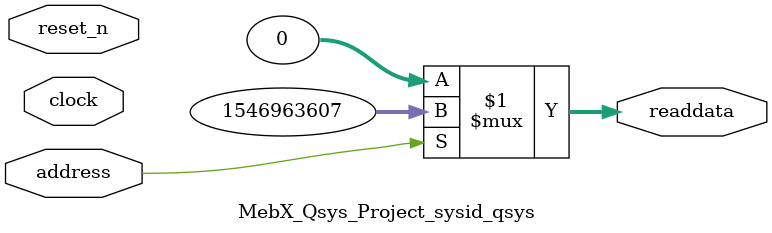
<source format=v>



// synthesis translate_off
`timescale 1ns / 1ps
// synthesis translate_on

// turn off superfluous verilog processor warnings 
// altera message_level Level1 
// altera message_off 10034 10035 10036 10037 10230 10240 10030 

module MebX_Qsys_Project_sysid_qsys (
               // inputs:
                address,
                clock,
                reset_n,

               // outputs:
                readdata
             )
;

  output  [ 31: 0] readdata;
  input            address;
  input            clock;
  input            reset_n;

  wire    [ 31: 0] readdata;
  //control_slave, which is an e_avalon_slave
  assign readdata = address ? 1546963607 : 0;

endmodule



</source>
